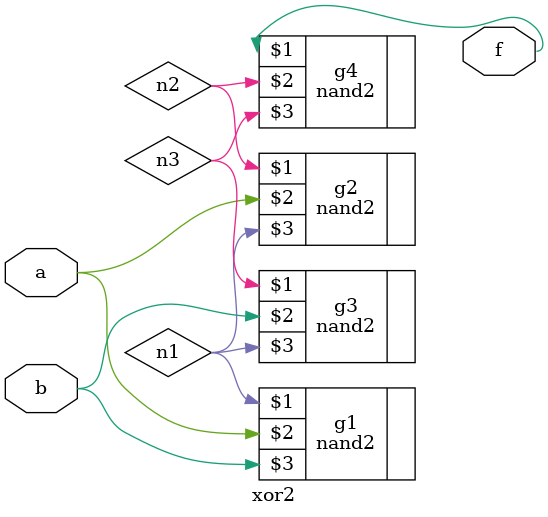
<source format=v>


module xor2 (output f, input a, b);
  nand2 g1 (n1, a, b);
  nand2 g2 (n2, a, n1);
  nand2 g3 (n3, b, n1);
  nand2 g4 (f, n2, n3);
endmodule

</source>
